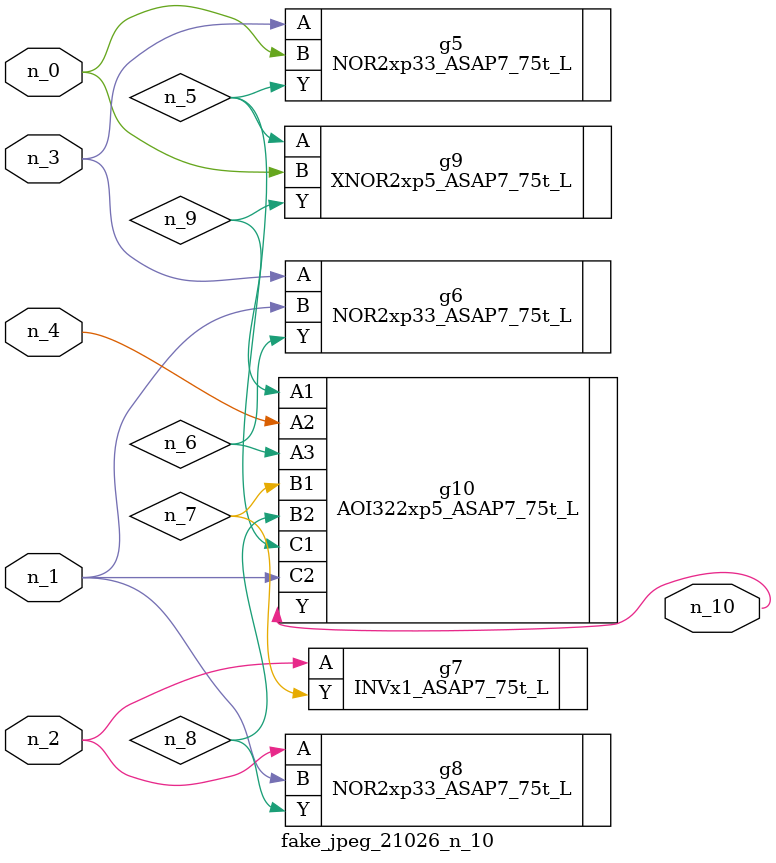
<source format=v>
module fake_jpeg_21026_n_10 (n_3, n_2, n_1, n_0, n_4, n_10);

input n_3;
input n_2;
input n_1;
input n_0;
input n_4;

output n_10;

wire n_8;
wire n_9;
wire n_6;
wire n_5;
wire n_7;

NOR2xp33_ASAP7_75t_L g5 ( 
.A(n_3),
.B(n_0),
.Y(n_5)
);

NOR2xp33_ASAP7_75t_L g6 ( 
.A(n_3),
.B(n_1),
.Y(n_6)
);

INVx1_ASAP7_75t_L g7 ( 
.A(n_2),
.Y(n_7)
);

NOR2xp33_ASAP7_75t_L g8 ( 
.A(n_2),
.B(n_1),
.Y(n_8)
);

XNOR2xp5_ASAP7_75t_L g9 ( 
.A(n_5),
.B(n_0),
.Y(n_9)
);

AOI322xp5_ASAP7_75t_L g10 ( 
.A1(n_9),
.A2(n_4),
.A3(n_6),
.B1(n_7),
.B2(n_8),
.C1(n_5),
.C2(n_1),
.Y(n_10)
);


endmodule
</source>
